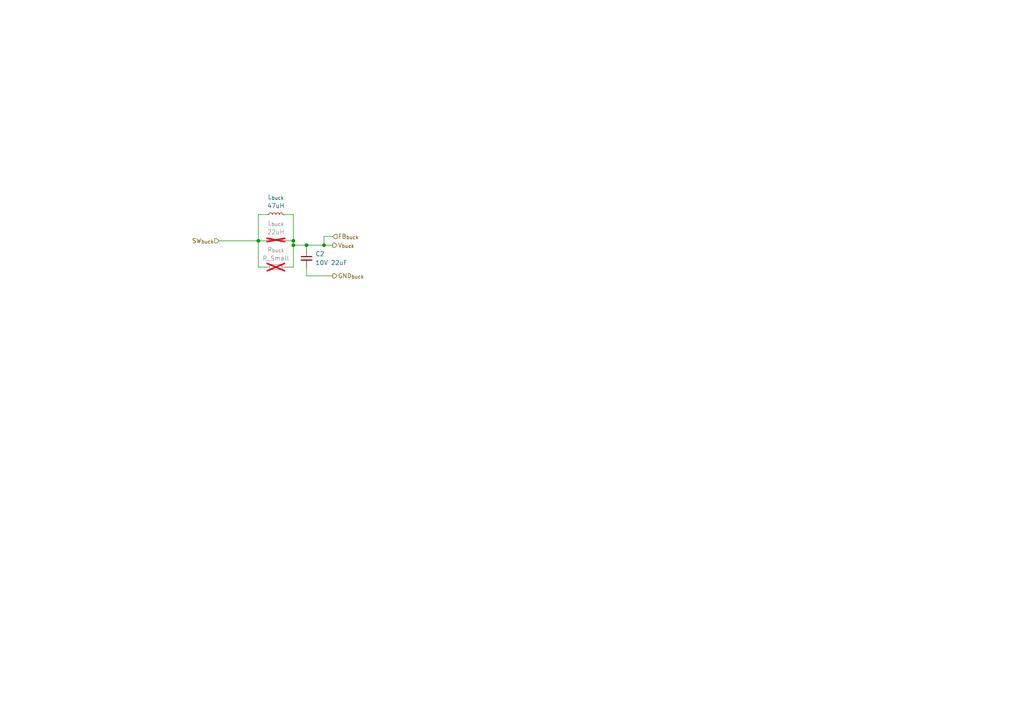
<source format=kicad_sch>
(kicad_sch (version 20230121) (generator eeschema)
  (paper "A4")
  (lib_symbols
    (symbol "Device:C_Small" (pin_numbers hide) (pin_names (offset 0.254) hide)
      (property "Reference" "C" (at 0.254 1.778 0))
      (property "Value" "C_Small" (at 0.254 -2.032 0))
      (symbol "C_Small_0_1"
        (polyline (pts (xy -1.524 -0.508) (xy 1.524 -0.508)) (stroke (width 0.3302)))
        (polyline (pts (xy -1.524 0.508) (xy 1.524 0.508)) (stroke (width 0.3048)))
      )
      (symbol "C_Small_1_1"
        (pin passive line (at 0 2.54 270) (length 2.032) (name "~") (number "1"))
        (pin passive line (at 0 -2.54 90) (length 2.032) (name "~") (number "2"))
      )
    )
    (symbol "Device:L_Small" (pin_numbers hide) (pin_names (offset 0.254) hide)
      (property "Reference" "L" (at 0.762 1.016 0))
      (property "Value" "L_Small" (at 0.762 -1.016 0))
      (symbol "L_Small_0_1"
        (arc (start 0 -2.032) (mid 0.5058 -1.524) (end 0 -1.016))
        (arc (start 0 -1.016) (mid 0.5058 -0.508) (end 0 0))
        (arc (start 0 0) (mid 0.5058 0.508) (end 0 1.016))
        (arc (start 0 1.016) (mid 0.5058 1.524) (end 0 2.032))
      )
      (symbol "L_Small_1_1"
        (pin passive line (at 0 2.54 270) (length 0.508) (name "~") (number "1"))
        (pin passive line (at 0 -2.54 90) (length 0.508) (name "~") (number "2"))
      )
    )
    (symbol "Device:R_Small" (pin_numbers hide) (pin_names (offset 0.254) hide)
      (property "Reference" "R" (at 0.762 0.508 0))
      (property "Value" "R_Small" (at 0.762 -1.016 0))
      (symbol "R_Small_0_1"
        (rectangle (start -0.762 1.778) (end 0.762 -1.778) (stroke (width 0.2032)))
      )
      (symbol "R_Small_1_1"
        (pin passive line (at 0 2.54 270) (length 0.762) (name "~") (number "1"))
        (pin passive line (at 0 -2.54 90) (length 0.762) (name "~") (number "2"))
      )
    )
  )
  (junction (at 85.09 71.12))
  (junction (at 74.93 69.85))
  (junction (at 93.98 71.12))
  (junction (at 85.09 69.85))
  (junction (at 88.9 71.12))
  (wire (pts (xy 74.93 77.47) (xy 77.47 77.47)))
  (wire (pts (xy 63.5 69.85) (xy 74.93 69.85)))
  (wire (pts (xy 82.55 77.47) (xy 85.09 77.47)))
  (wire (pts (xy 96.52 71.12) (xy 93.98 71.12)))
  (wire (pts (xy 85.09 69.85) (xy 85.09 71.12)))
  (wire (pts (xy 74.93 69.85) (xy 77.47 69.85)))
  (wire (pts (xy 85.09 71.12) (xy 85.09 77.47)))
  (wire (pts (xy 85.09 62.23) (xy 85.09 69.85)))
  (wire (pts (xy 96.52 68.58) (xy 93.98 68.58)))
  (wire (pts (xy 77.47 62.23) (xy 74.93 62.23)))
  (wire (pts (xy 74.93 62.23) (xy 74.93 69.85)))
  (wire (pts (xy 82.55 62.23) (xy 85.09 62.23)))
  (wire (pts (xy 88.9 71.12) (xy 85.09 71.12)))
  (wire (pts (xy 74.93 69.85) (xy 74.93 77.47)))
  (wire (pts (xy 96.52 80.01) (xy 88.9 80.01)))
  (wire (pts (xy 93.98 71.12) (xy 88.9 71.12)))
  (wire (pts (xy 85.09 69.85) (xy 82.55 69.85)))
  (wire (pts (xy 88.9 71.12) (xy 88.9 72.39)))
  (wire (pts (xy 93.98 68.58) (xy 93.98 71.12)))
  (wire (pts (xy 88.9 77.47) (xy 88.9 80.01)))
  (hierarchical_label "FB_{buck}" (shape input) (at 96.52 68.58 0))
  (hierarchical_label "GND_{buck}" (shape output) (at 96.52 80.01 0))
  (hierarchical_label "V_{buck}" (shape output) (at 96.52 71.12 0))
  (hierarchical_label "SW_{buck}" (shape input) (at 63.5 69.85 180))
  (symbol (lib_id "Device:L_Small") (at 80.01 69.85 90) (unit 1) (dnp yes)
    (property "Reference" "L_{buck}" (at 80.01 64.77 90))
    (property "Value" "22uH" (at 80.01 67.31 90))
    (property "Sim.Enable" "0" (effects hide))
  )
  (symbol (lib_id "Device:L_Small") (at 80.01 62.23 90) (unit 1)
    (property "Reference" "L_{buck}" (at 80.01 57.15 90))
    (property "Value" "47uH" (at 80.01 59.69 90))
  )
  (symbol (lib_id "Device:C_Small") (at 88.9 74.93 0) (unit 1)
    (property "Reference" "C2" (at 91.44 73.6663 0) (effects (justify left)))
    (property "Value" "10V 22uF" (at 91.44 76.2063 0) (effects (justify left)))
  )
  (symbol (lib_id "Device:R_Small") (at 80.01 77.47 90) (unit 1) (dnp yes)
    (property "Reference" "R_{buck}" (at 80.01 72.39 90))
    (property "Value" "R_Small" (at 80.01 74.93 90))
  )
)
</source>
